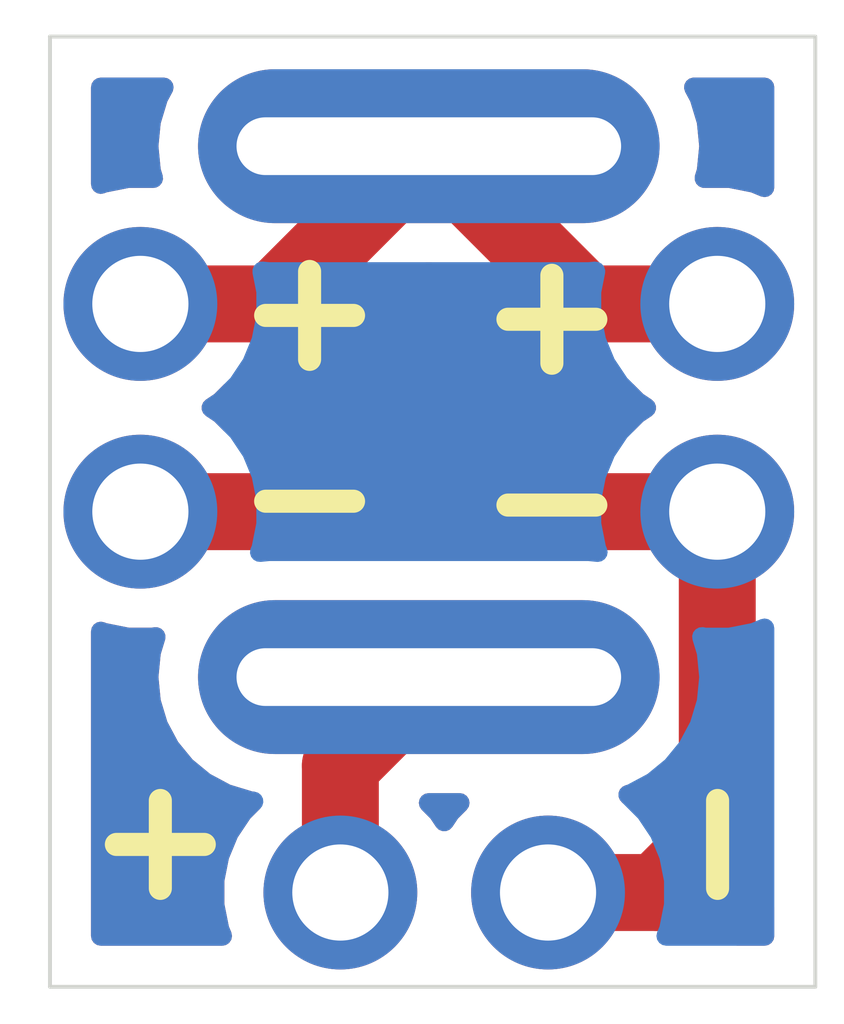
<source format=kicad_pcb>
(kicad_pcb (version 20171130) (host pcbnew "(5.1.6)-1")

  (general
    (thickness 1.6)
    (drawings 7)
    (tracks 10)
    (zones 0)
    (modules 4)
    (nets 4)
  )

  (page A4)
  (layers
    (0 F.Cu signal)
    (31 B.Cu signal)
    (32 B.Adhes user)
    (33 F.Adhes user)
    (34 B.Paste user)
    (35 F.Paste user)
    (36 B.SilkS user)
    (37 F.SilkS user)
    (38 B.Mask user)
    (39 F.Mask user)
    (40 Dwgs.User user)
    (41 Cmts.User user)
    (42 Eco1.User user)
    (43 Eco2.User user)
    (44 Edge.Cuts user)
    (45 Margin user)
    (46 B.CrtYd user)
    (47 F.CrtYd user)
    (48 B.Fab user)
    (49 F.Fab user)
  )

  (setup
    (last_trace_width 1)
    (user_trace_width 1)
    (trace_clearance 0.2)
    (zone_clearance 0.508)
    (zone_45_only no)
    (trace_min 0.2)
    (via_size 0.8)
    (via_drill 0.4)
    (via_min_size 0.4)
    (via_min_drill 0.3)
    (uvia_size 0.3)
    (uvia_drill 0.1)
    (uvias_allowed no)
    (uvia_min_size 0.2)
    (uvia_min_drill 0.1)
    (edge_width 0.05)
    (segment_width 0.2)
    (pcb_text_width 0.3)
    (pcb_text_size 1.5 1.5)
    (mod_edge_width 0.12)
    (mod_text_size 1 1)
    (mod_text_width 0.15)
    (pad_size 1.524 1.524)
    (pad_drill 0.762)
    (pad_to_mask_clearance 0.05)
    (aux_axis_origin 0 0)
    (visible_elements FFFFFF7F)
    (pcbplotparams
      (layerselection 0x010fc_ffffffff)
      (usegerberextensions false)
      (usegerberattributes true)
      (usegerberadvancedattributes true)
      (creategerberjobfile true)
      (excludeedgelayer true)
      (linewidth 0.100000)
      (plotframeref false)
      (viasonmask false)
      (mode 1)
      (useauxorigin false)
      (hpglpennumber 1)
      (hpglpenspeed 20)
      (hpglpendiameter 15.000000)
      (psnegative false)
      (psa4output false)
      (plotreference true)
      (plotvalue true)
      (plotinvisibletext false)
      (padsonsilk false)
      (subtractmaskfromsilk false)
      (outputformat 1)
      (mirror false)
      (drillshape 0)
      (scaleselection 1)
      (outputdirectory "Gerbers"))
  )

  (net 0 "")
  (net 1 "Net-(J1-Pad2)")
  (net 2 "Net-(J1-Pad1)")
  (net 3 "Net-(J3-Pad1)")

  (net_class Default "This is the default net class."
    (clearance 0.2)
    (trace_width 0.25)
    (via_dia 0.8)
    (via_drill 0.4)
    (uvia_dia 0.3)
    (uvia_drill 0.1)
    (add_net "Net-(J1-Pad1)")
    (add_net "Net-(J1-Pad2)")
    (add_net "Net-(J3-Pad1)")
  )

  (module "Pikatea:Prusa Light Switch" (layer F.Cu) (tedit 605231D1) (tstamp 60528C14)
    (at 146.9 95.8)
    (path /605231A5)
    (fp_text reference SW1 (at 3.85 -0.7 270) (layer F.SilkS) hide
      (effects (font (size 1 1) (thickness 0.15)))
    )
    (fp_text value " " (at -0.1 3.2) (layer F.Fab)
      (effects (font (size 1 1) (thickness 0.15)))
    )
    (pad 2 thru_hole oval (at 0 6.9) (size 6 2) (drill oval 5 0.75) (layers *.Cu *.Mask)
      (net 3 "Net-(J3-Pad1)"))
    (pad 1 thru_hole oval (at 0 0) (size 6 2) (drill oval 5 0.75) (layers *.Cu *.Mask)
      (net 2 "Net-(J1-Pad1)"))
  )

  (module "Pikatea:2 Pin larger header holes" (layer F.Cu) (tedit 60523256) (tstamp 60528C0E)
    (at 145.75 105.5 90)
    (path /60524143)
    (fp_text reference J3 (at 0 5.3 90) (layer F.SilkS) hide
      (effects (font (size 1 1) (thickness 0.15)))
    )
    (fp_text value " " (at 0 -2.3 90) (layer F.Fab)
      (effects (font (size 1 1) (thickness 0.15)))
    )
    (pad 2 thru_hole circle (at 0 2.7 90) (size 2 2) (drill 1.25) (layers *.Cu *.Mask)
      (net 1 "Net-(J1-Pad2)"))
    (pad 1 thru_hole circle (at 0 0 90) (size 2 2) (drill 1.25) (layers *.Cu *.Mask)
      (net 3 "Net-(J3-Pad1)"))
  )

  (module "Pikatea:2 Pin larger header holes" (layer F.Cu) (tedit 60523256) (tstamp 60528C08)
    (at 150.65 97.85)
    (path /60523DEB)
    (fp_text reference J2 (at 0 5.3) (layer F.SilkS) hide
      (effects (font (size 1 1) (thickness 0.15)))
    )
    (fp_text value " " (at 0 -2.3) (layer F.Fab)
      (effects (font (size 1 1) (thickness 0.15)))
    )
    (pad 2 thru_hole circle (at 0 2.7) (size 2 2) (drill 1.25) (layers *.Cu *.Mask)
      (net 1 "Net-(J1-Pad2)"))
    (pad 1 thru_hole circle (at 0 0) (size 2 2) (drill 1.25) (layers *.Cu *.Mask)
      (net 2 "Net-(J1-Pad1)"))
  )

  (module "Pikatea:2 Pin larger header holes" (layer F.Cu) (tedit 60523256) (tstamp 60528C02)
    (at 143.15 97.85)
    (path /605237D5)
    (fp_text reference J1 (at 0 5.3) (layer F.SilkS) hide
      (effects (font (size 1 1) (thickness 0.15)))
    )
    (fp_text value " " (at 0 -2.3) (layer F.Fab)
      (effects (font (size 1 1) (thickness 0.15)))
    )
    (pad 2 thru_hole circle (at 0 2.7) (size 2 2) (drill 1.25) (layers *.Cu *.Mask)
      (net 1 "Net-(J1-Pad2)"))
    (pad 1 thru_hole circle (at 0 0) (size 2 2) (drill 1.25) (layers *.Cu *.Mask)
      (net 2 "Net-(J1-Pad1)"))
  )

  (gr_line (start 141.975 106.725) (end 141.975 94.375) (layer Edge.Cuts) (width 0.05))
  (gr_line (start 151.925 106.725) (end 141.975 106.725) (layer Edge.Cuts) (width 0.05))
  (gr_line (start 151.925 94.375) (end 151.925 106.725) (layer Edge.Cuts) (width 0.05))
  (gr_line (start 141.975 94.375) (end 151.925 94.375) (layer Edge.Cuts) (width 0.05))
  (gr_text "+\n\n\n-" (at 146.925 104.875 90) (layer F.SilkS) (tstamp 60528D06)
    (effects (font (size 1.5 1.5) (thickness 0.3)))
  )
  (gr_text "+\n-" (at 148.5 99.15) (layer F.SilkS) (tstamp 60528D06)
    (effects (font (size 1.5 1.5) (thickness 0.3)))
  )
  (gr_text "+\n-" (at 145.35 99.1) (layer F.SilkS)
    (effects (font (size 1.5 1.5) (thickness 0.3)))
  )

  (segment (start 149.864213 105.5) (end 148.45 105.5) (width 1) (layer F.Cu) (net 1))
  (segment (start 150.65 104.714213) (end 149.864213 105.5) (width 1) (layer F.Cu) (net 1))
  (segment (start 150.65 100.55) (end 150.65 104.714213) (width 1) (layer F.Cu) (net 1))
  (segment (start 143.15 100.55) (end 150.65 100.55) (width 1) (layer F.Cu) (net 1))
  (segment (start 144.85 97.85) (end 146.9 95.8) (width 1) (layer F.Cu) (net 2))
  (segment (start 143.15 97.85) (end 144.85 97.85) (width 1) (layer F.Cu) (net 2))
  (segment (start 148.95 97.85) (end 146.9 95.8) (width 1) (layer F.Cu) (net 2))
  (segment (start 150.65 97.85) (end 148.95 97.85) (width 1) (layer F.Cu) (net 2))
  (segment (start 145.75 103.85) (end 146.9 102.7) (width 1) (layer F.Cu) (net 3))
  (segment (start 145.75 105.5) (end 145.75 103.85) (width 1) (layer F.Cu) (net 3))

  (zone (net 0) (net_name "") (layer F.Cu) (tstamp 60528DAF) (hatch edge 0.508)
    (connect_pads (clearance 0.508))
    (min_thickness 0.254)
    (fill yes (arc_segments 32) (thermal_gap 0.508) (thermal_bridge_width 0.508))
    (polygon
      (pts
        (xy 152.075 94.175) (xy 152.125 106.9) (xy 141.725 106.95) (xy 141.775 94.125)
      )
    )
    (filled_polygon
      (pts
        (xy 142.673088 102.122168) (xy 142.988967 102.185) (xy 143.311033 102.185) (xy 143.350004 102.177248) (xy 143.288657 102.379484)
        (xy 143.257089 102.7) (xy 143.288657 103.020516) (xy 143.382148 103.328715) (xy 143.533969 103.612752) (xy 143.738286 103.861714)
        (xy 143.987248 104.066031) (xy 144.271285 104.217852) (xy 144.579484 104.311343) (xy 144.615 104.314841) (xy 144.615 104.322761)
        (xy 144.480013 104.457748) (xy 144.301082 104.725537) (xy 144.177832 105.023088) (xy 144.115 105.338967) (xy 144.115 105.661033)
        (xy 144.177832 105.976912) (xy 144.214319 106.065) (xy 142.635 106.065) (xy 142.635 102.106391)
      )
    )
    (filled_polygon
      (pts
        (xy 151.265001 106.065) (xy 150.904345 106.065) (xy 151.265001 105.704345)
      )
    )
    (filled_polygon
      (pts
        (xy 147.180013 104.457748) (xy 147.1 104.577496) (xy 147.019987 104.457748) (xy 146.897239 104.335) (xy 147.302761 104.335)
      )
    )
    (filled_polygon
      (pts
        (xy 149.515001 104.24408) (xy 149.51066 104.248421) (xy 149.492252 104.230013) (xy 149.49112 104.229256) (xy 149.515001 104.222012)
      )
    )
    (filled_polygon
      (pts
        (xy 148.108009 98.613141) (xy 148.143551 98.656449) (xy 148.316377 98.798284) (xy 148.513553 98.903676) (xy 148.727501 98.968577)
        (xy 148.82147 98.977832) (xy 148.95 98.990491) (xy 149.005752 98.985) (xy 149.472761 98.985) (xy 149.607748 99.119987)
        (xy 149.727496 99.2) (xy 149.607748 99.280013) (xy 149.472761 99.415) (xy 144.327239 99.415) (xy 144.192252 99.280013)
        (xy 144.072504 99.2) (xy 144.192252 99.119987) (xy 144.327239 98.985) (xy 144.794249 98.985) (xy 144.85 98.990491)
        (xy 144.905751 98.985) (xy 144.905752 98.985) (xy 145.072499 98.968577) (xy 145.286447 98.903676) (xy 145.483623 98.798284)
        (xy 145.656449 98.656449) (xy 145.691996 98.613135) (xy 146.870132 97.435) (xy 146.929869 97.435)
      )
    )
    (filled_polygon
      (pts
        (xy 151.265 96.33503) (xy 151.126912 96.277832) (xy 150.811033 96.215) (xy 150.488967 96.215) (xy 150.482278 96.216331)
        (xy 150.511343 96.120516) (xy 150.542911 95.8) (xy 150.511343 95.479484) (xy 150.417852 95.171285) (xy 150.345006 95.035)
        (xy 151.265 95.035)
      )
    )
    (filled_polygon
      (pts
        (xy 143.382148 95.171285) (xy 143.288657 95.479484) (xy 143.257089 95.8) (xy 143.288657 96.120516) (xy 143.317722 96.216331)
        (xy 143.311033 96.215) (xy 142.988967 96.215) (xy 142.673088 96.277832) (xy 142.635 96.293609) (xy 142.635 95.035)
        (xy 143.454994 95.035)
      )
    )
  )
  (zone (net 0) (net_name "") (layer B.Cu) (tstamp 60528DAC) (hatch edge 0.508)
    (connect_pads (clearance 0.508))
    (min_thickness 0.254)
    (fill yes (arc_segments 32) (thermal_gap 0.508) (thermal_bridge_width 0.508))
    (polygon
      (pts
        (xy 152.3 107.225) (xy 141.525 107.2) (xy 141.325 93.925) (xy 152.25 93.9)
      )
    )
    (filled_polygon
      (pts
        (xy 142.673088 102.122168) (xy 142.988967 102.185) (xy 143.311033 102.185) (xy 143.350004 102.177248) (xy 143.288657 102.379484)
        (xy 143.257089 102.7) (xy 143.288657 103.020516) (xy 143.382148 103.328715) (xy 143.533969 103.612752) (xy 143.738286 103.861714)
        (xy 143.987248 104.066031) (xy 144.271285 104.217852) (xy 144.579484 104.311343) (xy 144.62221 104.315551) (xy 144.480013 104.457748)
        (xy 144.301082 104.725537) (xy 144.177832 105.023088) (xy 144.115 105.338967) (xy 144.115 105.661033) (xy 144.177832 105.976912)
        (xy 144.214319 106.065) (xy 142.635 106.065) (xy 142.635 102.106391)
      )
    )
    (filled_polygon
      (pts
        (xy 151.265001 106.065) (xy 149.985681 106.065) (xy 150.022168 105.976912) (xy 150.085 105.661033) (xy 150.085 105.338967)
        (xy 150.022168 105.023088) (xy 149.898918 104.725537) (xy 149.719987 104.457748) (xy 149.492252 104.230013) (xy 149.49112 104.229256)
        (xy 149.528715 104.217852) (xy 149.812752 104.066031) (xy 150.061714 103.861714) (xy 150.266031 103.612752) (xy 150.417852 103.328715)
        (xy 150.511343 103.020516) (xy 150.542911 102.7) (xy 150.511343 102.379484) (xy 150.449996 102.177248) (xy 150.488967 102.185)
        (xy 150.811033 102.185) (xy 151.126912 102.122168) (xy 151.265001 102.06497)
      )
    )
    (filled_polygon
      (pts
        (xy 147.180013 104.457748) (xy 147.1 104.577496) (xy 147.019987 104.457748) (xy 146.897239 104.335) (xy 147.302761 104.335)
      )
    )
    (filled_polygon
      (pts
        (xy 149.015 97.688967) (xy 149.015 98.011033) (xy 149.077832 98.326912) (xy 149.201082 98.624463) (xy 149.380013 98.892252)
        (xy 149.607748 99.119987) (xy 149.727496 99.2) (xy 149.607748 99.280013) (xy 149.380013 99.507748) (xy 149.201082 99.775537)
        (xy 149.077832 100.073088) (xy 149.015 100.388967) (xy 149.015 100.711033) (xy 149.077832 101.026912) (xy 149.098427 101.076632)
        (xy 148.980322 101.065) (xy 144.819678 101.065) (xy 144.701573 101.076632) (xy 144.722168 101.026912) (xy 144.785 100.711033)
        (xy 144.785 100.388967) (xy 144.722168 100.073088) (xy 144.598918 99.775537) (xy 144.419987 99.507748) (xy 144.192252 99.280013)
        (xy 144.072504 99.2) (xy 144.192252 99.119987) (xy 144.419987 98.892252) (xy 144.598918 98.624463) (xy 144.722168 98.326912)
        (xy 144.785 98.011033) (xy 144.785 97.688967) (xy 144.732781 97.426441) (xy 144.819678 97.435) (xy 148.980322 97.435)
        (xy 149.067219 97.426441)
      )
    )
    (filled_polygon
      (pts
        (xy 151.265 96.33503) (xy 151.126912 96.277832) (xy 150.811033 96.215) (xy 150.488967 96.215) (xy 150.482278 96.216331)
        (xy 150.511343 96.120516) (xy 150.542911 95.8) (xy 150.511343 95.479484) (xy 150.417852 95.171285) (xy 150.345006 95.035)
        (xy 151.265 95.035)
      )
    )
    (filled_polygon
      (pts
        (xy 143.382148 95.171285) (xy 143.288657 95.479484) (xy 143.257089 95.8) (xy 143.288657 96.120516) (xy 143.317722 96.216331)
        (xy 143.311033 96.215) (xy 142.988967 96.215) (xy 142.673088 96.277832) (xy 142.635 96.293609) (xy 142.635 95.035)
        (xy 143.454994 95.035)
      )
    )
  )
)

</source>
